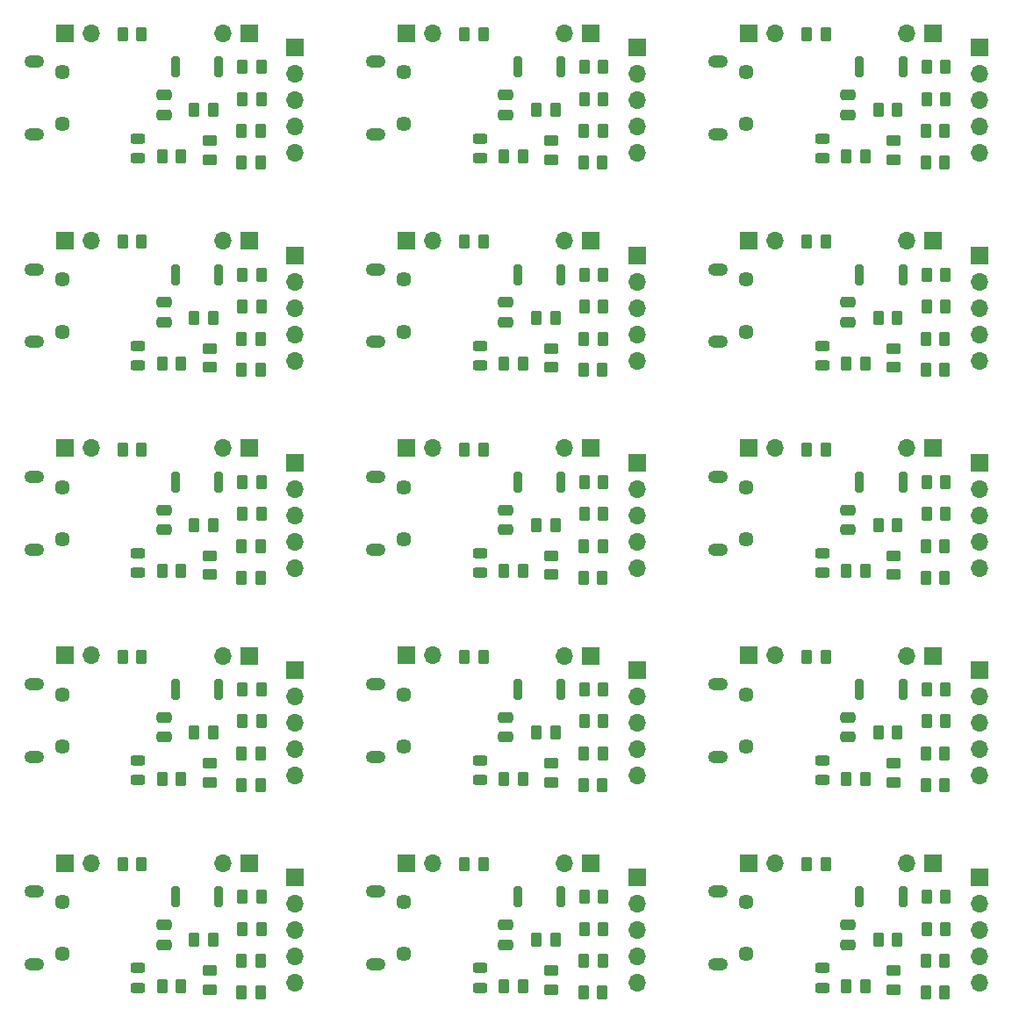
<source format=gbr>
%TF.GenerationSoftware,KiCad,Pcbnew,(6.0.11)*%
%TF.CreationDate,2023-10-19T09:40:58-03:00*%
%TF.ProjectId,gerenciador_de_bateria_2.0,67657265-6e63-4696-9164-6f725f64655f,rev?*%
%TF.SameCoordinates,Original*%
%TF.FileFunction,Soldermask,Bot*%
%TF.FilePolarity,Negative*%
%FSLAX46Y46*%
G04 Gerber Fmt 4.6, Leading zero omitted, Abs format (unit mm)*
G04 Created by KiCad (PCBNEW (6.0.11)) date 2023-10-19 09:40:58*
%MOMM*%
%LPD*%
G01*
G04 APERTURE LIST*
G04 Aperture macros list*
%AMRoundRect*
0 Rectangle with rounded corners*
0 $1 Rounding radius*
0 $2 $3 $4 $5 $6 $7 $8 $9 X,Y pos of 4 corners*
0 Add a 4 corners polygon primitive as box body*
4,1,4,$2,$3,$4,$5,$6,$7,$8,$9,$2,$3,0*
0 Add four circle primitives for the rounded corners*
1,1,$1+$1,$2,$3*
1,1,$1+$1,$4,$5*
1,1,$1+$1,$6,$7*
1,1,$1+$1,$8,$9*
0 Add four rect primitives between the rounded corners*
20,1,$1+$1,$2,$3,$4,$5,0*
20,1,$1+$1,$4,$5,$6,$7,0*
20,1,$1+$1,$6,$7,$8,$9,0*
20,1,$1+$1,$8,$9,$2,$3,0*%
G04 Aperture macros list end*
%ADD10C,1.450000*%
%ADD11O,1.900000X1.200000*%
%ADD12R,1.700000X1.700000*%
%ADD13O,1.700000X1.700000*%
%ADD14RoundRect,0.243750X-0.456250X0.243750X-0.456250X-0.243750X0.456250X-0.243750X0.456250X0.243750X0*%
%ADD15RoundRect,0.250000X0.262500X0.450000X-0.262500X0.450000X-0.262500X-0.450000X0.262500X-0.450000X0*%
%ADD16RoundRect,0.200000X0.200000X0.800000X-0.200000X0.800000X-0.200000X-0.800000X0.200000X-0.800000X0*%
%ADD17RoundRect,0.250000X-0.262500X-0.450000X0.262500X-0.450000X0.262500X0.450000X-0.262500X0.450000X0*%
%ADD18RoundRect,0.250000X-0.475000X0.250000X-0.475000X-0.250000X0.475000X-0.250000X0.475000X0.250000X0*%
%ADD19RoundRect,0.250000X-0.450000X0.262500X-0.450000X-0.262500X0.450000X-0.262500X0.450000X0.262500X0*%
G04 APERTURE END LIST*
D10*
%TO.C,USB*%
X175330600Y-149327101D03*
D11*
X172630600Y-143327101D03*
X172630600Y-150327101D03*
D10*
X175330600Y-144327101D03*
%TD*%
D12*
%TO.C,J1*%
X197808500Y-141960901D03*
D13*
X197808500Y-144500901D03*
X197808500Y-147040901D03*
X197808500Y-149580901D03*
X197808500Y-152120901D03*
%TD*%
D14*
%TO.C,D1*%
X182688500Y-150706001D03*
X182688500Y-152581001D03*
%TD*%
D15*
%TO.C,R11*%
X194478500Y-153033501D03*
X192653500Y-153033501D03*
%TD*%
D12*
%TO.C,SDA*%
X193368500Y-140573501D03*
D13*
X190828500Y-140573501D03*
%TD*%
D12*
%TO.C,GNDPWR*%
X175588500Y-140563501D03*
D13*
X178128500Y-140563501D03*
%TD*%
D15*
%TO.C,R8*%
X194561000Y-143833501D03*
X192736000Y-143833501D03*
%TD*%
D16*
%TO.C,SW1*%
X190478500Y-143823501D03*
X186278500Y-143823501D03*
%TD*%
D17*
%TO.C,R6*%
X188096000Y-147983501D03*
X189921000Y-147983501D03*
%TD*%
D18*
%TO.C,C11*%
X185148500Y-146523501D03*
X185148500Y-148423501D03*
%TD*%
D19*
%TO.C,R4*%
X189565300Y-150949401D03*
X189565300Y-152774401D03*
%TD*%
D17*
%TO.C,R5*%
X184995200Y-152420701D03*
X186820200Y-152420701D03*
%TD*%
%TO.C,R7*%
X192736000Y-146903501D03*
X194561000Y-146903501D03*
%TD*%
D15*
%TO.C,R1*%
X183008500Y-140683501D03*
X181183500Y-140683501D03*
%TD*%
%TO.C,R12*%
X194481000Y-150003501D03*
X192656000Y-150003501D03*
%TD*%
D10*
%TO.C,USB*%
X142330600Y-149327101D03*
D11*
X139630600Y-143327101D03*
X139630600Y-150327101D03*
D10*
X142330600Y-144327101D03*
%TD*%
D12*
%TO.C,J1*%
X164808500Y-141960901D03*
D13*
X164808500Y-144500901D03*
X164808500Y-147040901D03*
X164808500Y-149580901D03*
X164808500Y-152120901D03*
%TD*%
D14*
%TO.C,D1*%
X149688500Y-150706001D03*
X149688500Y-152581001D03*
%TD*%
D15*
%TO.C,R11*%
X161478500Y-153033501D03*
X159653500Y-153033501D03*
%TD*%
D12*
%TO.C,SDA*%
X160368500Y-140573501D03*
D13*
X157828500Y-140573501D03*
%TD*%
D12*
%TO.C,GNDPWR*%
X142588500Y-140563501D03*
D13*
X145128500Y-140563501D03*
%TD*%
D15*
%TO.C,R8*%
X161561000Y-143833501D03*
X159736000Y-143833501D03*
%TD*%
D16*
%TO.C,SW1*%
X157478500Y-143823501D03*
X153278500Y-143823501D03*
%TD*%
D17*
%TO.C,R6*%
X155096000Y-147983501D03*
X156921000Y-147983501D03*
%TD*%
D18*
%TO.C,C11*%
X152148500Y-146523501D03*
X152148500Y-148423501D03*
%TD*%
D19*
%TO.C,R4*%
X156565300Y-150949401D03*
X156565300Y-152774401D03*
%TD*%
D17*
%TO.C,R5*%
X151995200Y-152420701D03*
X153820200Y-152420701D03*
%TD*%
%TO.C,R7*%
X159736000Y-146903501D03*
X161561000Y-146903501D03*
%TD*%
D15*
%TO.C,R1*%
X150008500Y-140683501D03*
X148183500Y-140683501D03*
%TD*%
%TO.C,R12*%
X161481000Y-150003501D03*
X159656000Y-150003501D03*
%TD*%
D10*
%TO.C,USB*%
X109330600Y-149327101D03*
D11*
X106630600Y-143327101D03*
X106630600Y-150327101D03*
D10*
X109330600Y-144327101D03*
%TD*%
D12*
%TO.C,J1*%
X131808500Y-141960901D03*
D13*
X131808500Y-144500901D03*
X131808500Y-147040901D03*
X131808500Y-149580901D03*
X131808500Y-152120901D03*
%TD*%
D14*
%TO.C,D1*%
X116688500Y-150706001D03*
X116688500Y-152581001D03*
%TD*%
D15*
%TO.C,R11*%
X128478500Y-153033501D03*
X126653500Y-153033501D03*
%TD*%
D12*
%TO.C,SDA*%
X127368500Y-140573501D03*
D13*
X124828500Y-140573501D03*
%TD*%
D12*
%TO.C,GNDPWR*%
X109588500Y-140563501D03*
D13*
X112128500Y-140563501D03*
%TD*%
D15*
%TO.C,R8*%
X128561000Y-143833501D03*
X126736000Y-143833501D03*
%TD*%
D16*
%TO.C,SW1*%
X124478500Y-143823501D03*
X120278500Y-143823501D03*
%TD*%
D17*
%TO.C,R6*%
X122096000Y-147983501D03*
X123921000Y-147983501D03*
%TD*%
D18*
%TO.C,C11*%
X119148500Y-146523501D03*
X119148500Y-148423501D03*
%TD*%
D19*
%TO.C,R4*%
X123565300Y-150949401D03*
X123565300Y-152774401D03*
%TD*%
D17*
%TO.C,R5*%
X118995200Y-152420701D03*
X120820200Y-152420701D03*
%TD*%
%TO.C,R7*%
X126736000Y-146903501D03*
X128561000Y-146903501D03*
%TD*%
D15*
%TO.C,R1*%
X117008500Y-140683501D03*
X115183500Y-140683501D03*
%TD*%
%TO.C,R12*%
X128481000Y-150003501D03*
X126656000Y-150003501D03*
%TD*%
D10*
%TO.C,USB*%
X175330600Y-129327101D03*
D11*
X172630600Y-123327101D03*
X172630600Y-130327101D03*
D10*
X175330600Y-124327101D03*
%TD*%
D12*
%TO.C,J1*%
X197808500Y-121960901D03*
D13*
X197808500Y-124500901D03*
X197808500Y-127040901D03*
X197808500Y-129580901D03*
X197808500Y-132120901D03*
%TD*%
D14*
%TO.C,D1*%
X182688500Y-130706001D03*
X182688500Y-132581001D03*
%TD*%
D15*
%TO.C,R11*%
X194478500Y-133033501D03*
X192653500Y-133033501D03*
%TD*%
D12*
%TO.C,SDA*%
X193368500Y-120573501D03*
D13*
X190828500Y-120573501D03*
%TD*%
D12*
%TO.C,GNDPWR*%
X175588500Y-120563501D03*
D13*
X178128500Y-120563501D03*
%TD*%
D15*
%TO.C,R8*%
X194561000Y-123833501D03*
X192736000Y-123833501D03*
%TD*%
D16*
%TO.C,SW1*%
X190478500Y-123823501D03*
X186278500Y-123823501D03*
%TD*%
D17*
%TO.C,R6*%
X188096000Y-127983501D03*
X189921000Y-127983501D03*
%TD*%
D18*
%TO.C,C11*%
X185148500Y-126523501D03*
X185148500Y-128423501D03*
%TD*%
D19*
%TO.C,R4*%
X189565300Y-130949401D03*
X189565300Y-132774401D03*
%TD*%
D17*
%TO.C,R5*%
X184995200Y-132420701D03*
X186820200Y-132420701D03*
%TD*%
%TO.C,R7*%
X192736000Y-126903501D03*
X194561000Y-126903501D03*
%TD*%
D15*
%TO.C,R1*%
X183008500Y-120683501D03*
X181183500Y-120683501D03*
%TD*%
%TO.C,R12*%
X194481000Y-130003501D03*
X192656000Y-130003501D03*
%TD*%
D10*
%TO.C,USB*%
X142330600Y-129327101D03*
D11*
X139630600Y-123327101D03*
X139630600Y-130327101D03*
D10*
X142330600Y-124327101D03*
%TD*%
D12*
%TO.C,J1*%
X164808500Y-121960901D03*
D13*
X164808500Y-124500901D03*
X164808500Y-127040901D03*
X164808500Y-129580901D03*
X164808500Y-132120901D03*
%TD*%
D14*
%TO.C,D1*%
X149688500Y-130706001D03*
X149688500Y-132581001D03*
%TD*%
D15*
%TO.C,R11*%
X161478500Y-133033501D03*
X159653500Y-133033501D03*
%TD*%
D12*
%TO.C,SDA*%
X160368500Y-120573501D03*
D13*
X157828500Y-120573501D03*
%TD*%
D12*
%TO.C,GNDPWR*%
X142588500Y-120563501D03*
D13*
X145128500Y-120563501D03*
%TD*%
D15*
%TO.C,R8*%
X161561000Y-123833501D03*
X159736000Y-123833501D03*
%TD*%
D16*
%TO.C,SW1*%
X157478500Y-123823501D03*
X153278500Y-123823501D03*
%TD*%
D17*
%TO.C,R6*%
X155096000Y-127983501D03*
X156921000Y-127983501D03*
%TD*%
D18*
%TO.C,C11*%
X152148500Y-126523501D03*
X152148500Y-128423501D03*
%TD*%
D19*
%TO.C,R4*%
X156565300Y-130949401D03*
X156565300Y-132774401D03*
%TD*%
D17*
%TO.C,R5*%
X151995200Y-132420701D03*
X153820200Y-132420701D03*
%TD*%
%TO.C,R7*%
X159736000Y-126903501D03*
X161561000Y-126903501D03*
%TD*%
D15*
%TO.C,R1*%
X150008500Y-120683501D03*
X148183500Y-120683501D03*
%TD*%
%TO.C,R12*%
X161481000Y-130003501D03*
X159656000Y-130003501D03*
%TD*%
D10*
%TO.C,USB*%
X109330600Y-129327101D03*
D11*
X106630600Y-123327101D03*
X106630600Y-130327101D03*
D10*
X109330600Y-124327101D03*
%TD*%
D12*
%TO.C,J1*%
X131808500Y-121960901D03*
D13*
X131808500Y-124500901D03*
X131808500Y-127040901D03*
X131808500Y-129580901D03*
X131808500Y-132120901D03*
%TD*%
D14*
%TO.C,D1*%
X116688500Y-130706001D03*
X116688500Y-132581001D03*
%TD*%
D15*
%TO.C,R11*%
X128478500Y-133033501D03*
X126653500Y-133033501D03*
%TD*%
D12*
%TO.C,SDA*%
X127368500Y-120573501D03*
D13*
X124828500Y-120573501D03*
%TD*%
D12*
%TO.C,GNDPWR*%
X109588500Y-120563501D03*
D13*
X112128500Y-120563501D03*
%TD*%
D15*
%TO.C,R8*%
X128561000Y-123833501D03*
X126736000Y-123833501D03*
%TD*%
D16*
%TO.C,SW1*%
X124478500Y-123823501D03*
X120278500Y-123823501D03*
%TD*%
D17*
%TO.C,R6*%
X122096000Y-127983501D03*
X123921000Y-127983501D03*
%TD*%
D18*
%TO.C,C11*%
X119148500Y-126523501D03*
X119148500Y-128423501D03*
%TD*%
D19*
%TO.C,R4*%
X123565300Y-130949401D03*
X123565300Y-132774401D03*
%TD*%
D17*
%TO.C,R5*%
X118995200Y-132420701D03*
X120820200Y-132420701D03*
%TD*%
%TO.C,R7*%
X126736000Y-126903501D03*
X128561000Y-126903501D03*
%TD*%
D15*
%TO.C,R1*%
X117008500Y-120683501D03*
X115183500Y-120683501D03*
%TD*%
%TO.C,R12*%
X128481000Y-130003501D03*
X126656000Y-130003501D03*
%TD*%
D10*
%TO.C,USB*%
X175330600Y-109327101D03*
D11*
X172630600Y-103327101D03*
X172630600Y-110327101D03*
D10*
X175330600Y-104327101D03*
%TD*%
D12*
%TO.C,J1*%
X197808500Y-101960901D03*
D13*
X197808500Y-104500901D03*
X197808500Y-107040901D03*
X197808500Y-109580901D03*
X197808500Y-112120901D03*
%TD*%
D14*
%TO.C,D1*%
X182688500Y-110706001D03*
X182688500Y-112581001D03*
%TD*%
D15*
%TO.C,R11*%
X194478500Y-113033501D03*
X192653500Y-113033501D03*
%TD*%
D12*
%TO.C,SDA*%
X193368500Y-100573501D03*
D13*
X190828500Y-100573501D03*
%TD*%
D12*
%TO.C,GNDPWR*%
X175588500Y-100563501D03*
D13*
X178128500Y-100563501D03*
%TD*%
D15*
%TO.C,R8*%
X194561000Y-103833501D03*
X192736000Y-103833501D03*
%TD*%
D16*
%TO.C,SW1*%
X190478500Y-103823501D03*
X186278500Y-103823501D03*
%TD*%
D17*
%TO.C,R6*%
X188096000Y-107983501D03*
X189921000Y-107983501D03*
%TD*%
D18*
%TO.C,C11*%
X185148500Y-106523501D03*
X185148500Y-108423501D03*
%TD*%
D19*
%TO.C,R4*%
X189565300Y-110949401D03*
X189565300Y-112774401D03*
%TD*%
D17*
%TO.C,R5*%
X184995200Y-112420701D03*
X186820200Y-112420701D03*
%TD*%
%TO.C,R7*%
X192736000Y-106903501D03*
X194561000Y-106903501D03*
%TD*%
D15*
%TO.C,R1*%
X183008500Y-100683501D03*
X181183500Y-100683501D03*
%TD*%
%TO.C,R12*%
X194481000Y-110003501D03*
X192656000Y-110003501D03*
%TD*%
D10*
%TO.C,USB*%
X142330600Y-109327101D03*
D11*
X139630600Y-103327101D03*
X139630600Y-110327101D03*
D10*
X142330600Y-104327101D03*
%TD*%
D12*
%TO.C,J1*%
X164808500Y-101960901D03*
D13*
X164808500Y-104500901D03*
X164808500Y-107040901D03*
X164808500Y-109580901D03*
X164808500Y-112120901D03*
%TD*%
D14*
%TO.C,D1*%
X149688500Y-110706001D03*
X149688500Y-112581001D03*
%TD*%
D15*
%TO.C,R11*%
X161478500Y-113033501D03*
X159653500Y-113033501D03*
%TD*%
D12*
%TO.C,SDA*%
X160368500Y-100573501D03*
D13*
X157828500Y-100573501D03*
%TD*%
D12*
%TO.C,GNDPWR*%
X142588500Y-100563501D03*
D13*
X145128500Y-100563501D03*
%TD*%
D15*
%TO.C,R8*%
X161561000Y-103833501D03*
X159736000Y-103833501D03*
%TD*%
D16*
%TO.C,SW1*%
X157478500Y-103823501D03*
X153278500Y-103823501D03*
%TD*%
D17*
%TO.C,R6*%
X155096000Y-107983501D03*
X156921000Y-107983501D03*
%TD*%
D18*
%TO.C,C11*%
X152148500Y-106523501D03*
X152148500Y-108423501D03*
%TD*%
D19*
%TO.C,R4*%
X156565300Y-110949401D03*
X156565300Y-112774401D03*
%TD*%
D17*
%TO.C,R5*%
X151995200Y-112420701D03*
X153820200Y-112420701D03*
%TD*%
%TO.C,R7*%
X159736000Y-106903501D03*
X161561000Y-106903501D03*
%TD*%
D15*
%TO.C,R1*%
X150008500Y-100683501D03*
X148183500Y-100683501D03*
%TD*%
%TO.C,R12*%
X161481000Y-110003501D03*
X159656000Y-110003501D03*
%TD*%
D10*
%TO.C,USB*%
X109330600Y-109327101D03*
D11*
X106630600Y-103327101D03*
X106630600Y-110327101D03*
D10*
X109330600Y-104327101D03*
%TD*%
D12*
%TO.C,J1*%
X131808500Y-101960901D03*
D13*
X131808500Y-104500901D03*
X131808500Y-107040901D03*
X131808500Y-109580901D03*
X131808500Y-112120901D03*
%TD*%
D14*
%TO.C,D1*%
X116688500Y-110706001D03*
X116688500Y-112581001D03*
%TD*%
D15*
%TO.C,R11*%
X128478500Y-113033501D03*
X126653500Y-113033501D03*
%TD*%
D12*
%TO.C,SDA*%
X127368500Y-100573501D03*
D13*
X124828500Y-100573501D03*
%TD*%
D12*
%TO.C,GNDPWR*%
X109588500Y-100563501D03*
D13*
X112128500Y-100563501D03*
%TD*%
D15*
%TO.C,R8*%
X128561000Y-103833501D03*
X126736000Y-103833501D03*
%TD*%
D16*
%TO.C,SW1*%
X124478500Y-103823501D03*
X120278500Y-103823501D03*
%TD*%
D17*
%TO.C,R6*%
X122096000Y-107983501D03*
X123921000Y-107983501D03*
%TD*%
D18*
%TO.C,C11*%
X119148500Y-106523501D03*
X119148500Y-108423501D03*
%TD*%
D19*
%TO.C,R4*%
X123565300Y-110949401D03*
X123565300Y-112774401D03*
%TD*%
D17*
%TO.C,R5*%
X118995200Y-112420701D03*
X120820200Y-112420701D03*
%TD*%
%TO.C,R7*%
X126736000Y-106903501D03*
X128561000Y-106903501D03*
%TD*%
D15*
%TO.C,R1*%
X117008500Y-100683501D03*
X115183500Y-100683501D03*
%TD*%
%TO.C,R12*%
X128481000Y-110003501D03*
X126656000Y-110003501D03*
%TD*%
D10*
%TO.C,USB*%
X175330600Y-89327101D03*
D11*
X172630600Y-83327101D03*
X172630600Y-90327101D03*
D10*
X175330600Y-84327101D03*
%TD*%
D12*
%TO.C,J1*%
X197808500Y-81960901D03*
D13*
X197808500Y-84500901D03*
X197808500Y-87040901D03*
X197808500Y-89580901D03*
X197808500Y-92120901D03*
%TD*%
D14*
%TO.C,D1*%
X182688500Y-90706001D03*
X182688500Y-92581001D03*
%TD*%
D15*
%TO.C,R11*%
X194478500Y-93033501D03*
X192653500Y-93033501D03*
%TD*%
D12*
%TO.C,SDA*%
X193368500Y-80573501D03*
D13*
X190828500Y-80573501D03*
%TD*%
D12*
%TO.C,GNDPWR*%
X175588500Y-80563501D03*
D13*
X178128500Y-80563501D03*
%TD*%
D15*
%TO.C,R8*%
X194561000Y-83833501D03*
X192736000Y-83833501D03*
%TD*%
D16*
%TO.C,SW1*%
X190478500Y-83823501D03*
X186278500Y-83823501D03*
%TD*%
D17*
%TO.C,R6*%
X188096000Y-87983501D03*
X189921000Y-87983501D03*
%TD*%
D18*
%TO.C,C11*%
X185148500Y-86523501D03*
X185148500Y-88423501D03*
%TD*%
D19*
%TO.C,R4*%
X189565300Y-90949401D03*
X189565300Y-92774401D03*
%TD*%
D17*
%TO.C,R5*%
X184995200Y-92420701D03*
X186820200Y-92420701D03*
%TD*%
%TO.C,R7*%
X192736000Y-86903501D03*
X194561000Y-86903501D03*
%TD*%
D15*
%TO.C,R1*%
X183008500Y-80683501D03*
X181183500Y-80683501D03*
%TD*%
%TO.C,R12*%
X194481000Y-90003501D03*
X192656000Y-90003501D03*
%TD*%
D10*
%TO.C,USB*%
X142330600Y-89327101D03*
D11*
X139630600Y-83327101D03*
X139630600Y-90327101D03*
D10*
X142330600Y-84327101D03*
%TD*%
D12*
%TO.C,J1*%
X164808500Y-81960901D03*
D13*
X164808500Y-84500901D03*
X164808500Y-87040901D03*
X164808500Y-89580901D03*
X164808500Y-92120901D03*
%TD*%
D14*
%TO.C,D1*%
X149688500Y-90706001D03*
X149688500Y-92581001D03*
%TD*%
D15*
%TO.C,R11*%
X161478500Y-93033501D03*
X159653500Y-93033501D03*
%TD*%
D12*
%TO.C,SDA*%
X160368500Y-80573501D03*
D13*
X157828500Y-80573501D03*
%TD*%
D12*
%TO.C,GNDPWR*%
X142588500Y-80563501D03*
D13*
X145128500Y-80563501D03*
%TD*%
D15*
%TO.C,R8*%
X161561000Y-83833501D03*
X159736000Y-83833501D03*
%TD*%
D16*
%TO.C,SW1*%
X157478500Y-83823501D03*
X153278500Y-83823501D03*
%TD*%
D17*
%TO.C,R6*%
X155096000Y-87983501D03*
X156921000Y-87983501D03*
%TD*%
D18*
%TO.C,C11*%
X152148500Y-86523501D03*
X152148500Y-88423501D03*
%TD*%
D19*
%TO.C,R4*%
X156565300Y-90949401D03*
X156565300Y-92774401D03*
%TD*%
D17*
%TO.C,R5*%
X151995200Y-92420701D03*
X153820200Y-92420701D03*
%TD*%
%TO.C,R7*%
X159736000Y-86903501D03*
X161561000Y-86903501D03*
%TD*%
D15*
%TO.C,R1*%
X150008500Y-80683501D03*
X148183500Y-80683501D03*
%TD*%
%TO.C,R12*%
X161481000Y-90003501D03*
X159656000Y-90003501D03*
%TD*%
D10*
%TO.C,USB*%
X109330600Y-89327101D03*
D11*
X106630600Y-83327101D03*
X106630600Y-90327101D03*
D10*
X109330600Y-84327101D03*
%TD*%
D12*
%TO.C,J1*%
X131808500Y-81960901D03*
D13*
X131808500Y-84500901D03*
X131808500Y-87040901D03*
X131808500Y-89580901D03*
X131808500Y-92120901D03*
%TD*%
D14*
%TO.C,D1*%
X116688500Y-90706001D03*
X116688500Y-92581001D03*
%TD*%
D15*
%TO.C,R11*%
X128478500Y-93033501D03*
X126653500Y-93033501D03*
%TD*%
D12*
%TO.C,SDA*%
X127368500Y-80573501D03*
D13*
X124828500Y-80573501D03*
%TD*%
D12*
%TO.C,GNDPWR*%
X109588500Y-80563501D03*
D13*
X112128500Y-80563501D03*
%TD*%
D15*
%TO.C,R8*%
X128561000Y-83833501D03*
X126736000Y-83833501D03*
%TD*%
D16*
%TO.C,SW1*%
X124478500Y-83823501D03*
X120278500Y-83823501D03*
%TD*%
D17*
%TO.C,R6*%
X122096000Y-87983501D03*
X123921000Y-87983501D03*
%TD*%
D18*
%TO.C,C11*%
X119148500Y-86523501D03*
X119148500Y-88423501D03*
%TD*%
D19*
%TO.C,R4*%
X123565300Y-90949401D03*
X123565300Y-92774401D03*
%TD*%
D17*
%TO.C,R5*%
X118995200Y-92420701D03*
X120820200Y-92420701D03*
%TD*%
%TO.C,R7*%
X126736000Y-86903501D03*
X128561000Y-86903501D03*
%TD*%
D15*
%TO.C,R1*%
X117008500Y-80683501D03*
X115183500Y-80683501D03*
%TD*%
%TO.C,R12*%
X128481000Y-90003501D03*
X126656000Y-90003501D03*
%TD*%
D10*
%TO.C,USB*%
X175330600Y-69327101D03*
D11*
X172630600Y-63327101D03*
X172630600Y-70327101D03*
D10*
X175330600Y-64327101D03*
%TD*%
D12*
%TO.C,J1*%
X197808500Y-61960901D03*
D13*
X197808500Y-64500901D03*
X197808500Y-67040901D03*
X197808500Y-69580901D03*
X197808500Y-72120901D03*
%TD*%
D14*
%TO.C,D1*%
X182688500Y-70706001D03*
X182688500Y-72581001D03*
%TD*%
D15*
%TO.C,R11*%
X194478500Y-73033501D03*
X192653500Y-73033501D03*
%TD*%
D12*
%TO.C,SDA*%
X193368500Y-60573501D03*
D13*
X190828500Y-60573501D03*
%TD*%
D12*
%TO.C,GNDPWR*%
X175588500Y-60563501D03*
D13*
X178128500Y-60563501D03*
%TD*%
D15*
%TO.C,R8*%
X194561000Y-63833501D03*
X192736000Y-63833501D03*
%TD*%
D16*
%TO.C,SW1*%
X190478500Y-63823501D03*
X186278500Y-63823501D03*
%TD*%
D17*
%TO.C,R6*%
X188096000Y-67983501D03*
X189921000Y-67983501D03*
%TD*%
D18*
%TO.C,C11*%
X185148500Y-66523501D03*
X185148500Y-68423501D03*
%TD*%
D19*
%TO.C,R4*%
X189565300Y-70949401D03*
X189565300Y-72774401D03*
%TD*%
D17*
%TO.C,R5*%
X184995200Y-72420701D03*
X186820200Y-72420701D03*
%TD*%
%TO.C,R7*%
X192736000Y-66903501D03*
X194561000Y-66903501D03*
%TD*%
D15*
%TO.C,R1*%
X183008500Y-60683501D03*
X181183500Y-60683501D03*
%TD*%
%TO.C,R12*%
X194481000Y-70003501D03*
X192656000Y-70003501D03*
%TD*%
D10*
%TO.C,USB*%
X142330600Y-69327101D03*
D11*
X139630600Y-63327101D03*
X139630600Y-70327101D03*
D10*
X142330600Y-64327101D03*
%TD*%
D12*
%TO.C,J1*%
X164808500Y-61960901D03*
D13*
X164808500Y-64500901D03*
X164808500Y-67040901D03*
X164808500Y-69580901D03*
X164808500Y-72120901D03*
%TD*%
D14*
%TO.C,D1*%
X149688500Y-70706001D03*
X149688500Y-72581001D03*
%TD*%
D15*
%TO.C,R11*%
X161478500Y-73033501D03*
X159653500Y-73033501D03*
%TD*%
D12*
%TO.C,SDA*%
X160368500Y-60573501D03*
D13*
X157828500Y-60573501D03*
%TD*%
D12*
%TO.C,GNDPWR*%
X142588500Y-60563501D03*
D13*
X145128500Y-60563501D03*
%TD*%
D15*
%TO.C,R8*%
X161561000Y-63833501D03*
X159736000Y-63833501D03*
%TD*%
D16*
%TO.C,SW1*%
X157478500Y-63823501D03*
X153278500Y-63823501D03*
%TD*%
D17*
%TO.C,R6*%
X155096000Y-67983501D03*
X156921000Y-67983501D03*
%TD*%
D18*
%TO.C,C11*%
X152148500Y-66523501D03*
X152148500Y-68423501D03*
%TD*%
D19*
%TO.C,R4*%
X156565300Y-70949401D03*
X156565300Y-72774401D03*
%TD*%
D17*
%TO.C,R5*%
X151995200Y-72420701D03*
X153820200Y-72420701D03*
%TD*%
%TO.C,R7*%
X159736000Y-66903501D03*
X161561000Y-66903501D03*
%TD*%
D15*
%TO.C,R1*%
X150008500Y-60683501D03*
X148183500Y-60683501D03*
%TD*%
%TO.C,R12*%
X161481000Y-70003501D03*
X159656000Y-70003501D03*
%TD*%
%TO.C,R12*%
X128481000Y-70003501D03*
X126656000Y-70003501D03*
%TD*%
%TO.C,R1*%
X117008500Y-60683501D03*
X115183500Y-60683501D03*
%TD*%
D17*
%TO.C,R7*%
X126736000Y-66903501D03*
X128561000Y-66903501D03*
%TD*%
%TO.C,R5*%
X118995200Y-72420701D03*
X120820200Y-72420701D03*
%TD*%
D19*
%TO.C,R4*%
X123565300Y-70949401D03*
X123565300Y-72774401D03*
%TD*%
D18*
%TO.C,C11*%
X119148500Y-66523501D03*
X119148500Y-68423501D03*
%TD*%
D17*
%TO.C,R6*%
X122096000Y-67983501D03*
X123921000Y-67983501D03*
%TD*%
D16*
%TO.C,SW1*%
X124478500Y-63823501D03*
X120278500Y-63823501D03*
%TD*%
D15*
%TO.C,R8*%
X128561000Y-63833501D03*
X126736000Y-63833501D03*
%TD*%
D12*
%TO.C,GNDPWR*%
X109588500Y-60563501D03*
D13*
X112128500Y-60563501D03*
%TD*%
D12*
%TO.C,SDA*%
X127368500Y-60573501D03*
D13*
X124828500Y-60573501D03*
%TD*%
D15*
%TO.C,R11*%
X128478500Y-73033501D03*
X126653500Y-73033501D03*
%TD*%
D14*
%TO.C,D1*%
X116688500Y-70706001D03*
X116688500Y-72581001D03*
%TD*%
D12*
%TO.C,J1*%
X131808500Y-61960901D03*
D13*
X131808500Y-64500901D03*
X131808500Y-67040901D03*
X131808500Y-69580901D03*
X131808500Y-72120901D03*
%TD*%
D10*
%TO.C,USB*%
X109330600Y-69327101D03*
D11*
X106630600Y-63327101D03*
X106630600Y-70327101D03*
D10*
X109330600Y-64327101D03*
%TD*%
M02*

</source>
